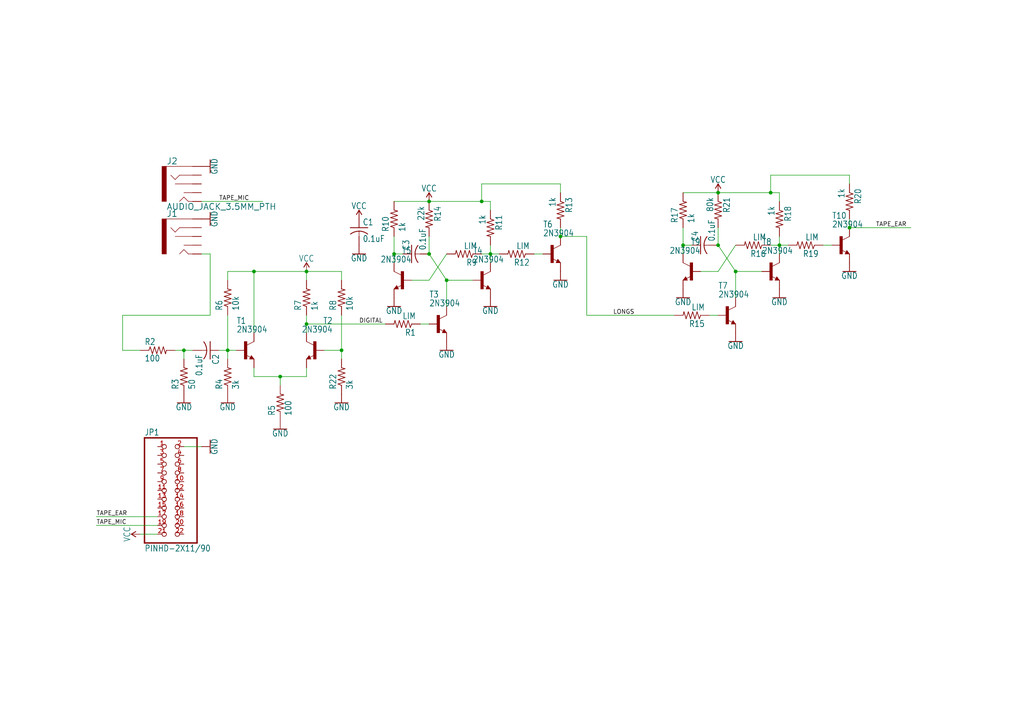
<source format=kicad_sch>
(kicad_sch (version 20231120) (generator "eeschema") (generator_version "8.0")
  (paper "A4")
  (lib_symbols
    (symbol "Tape_V2-eagle-import:SparkFun-Connectors_AUDIO_JACK_3.5MM_PTH"
      (property "Reference" "J" (at -5.08 5.588 0))
      (symbol "SparkFun-Connectors_AUDIO_JACK_3.5MM_PTH_1_0"
        (rectangle (start -6.35 -5.08) (end -5.08 5.08) (fill (type outline)))
        (polyline (pts (xy -2.54 0) (xy 2.54 0)) (stroke (width 0.1524)))
        (polyline (pts (xy -2.54 1.27) (xy -3.81 2.54)) (stroke (width 0.1524)))
        (polyline (pts (xy -1.27 -5.08) (xy 0 -3.81)) (stroke (width 0.1524)))
        (polyline (pts (xy -1.27 2.54) (xy -2.54 1.27)) (stroke (width 0.1524)))
        (polyline (pts (xy 0 -3.81) (xy 1.27 -5.08)) (stroke (width 0.1524)))
        (polyline (pts (xy 0 -2.54) (xy 2.54 -2.54)) (stroke (width 0.1524)))
        (polyline (pts (xy 1.27 -5.08) (xy 2.54 -5.08)) (stroke (width 0.1524)))
        (polyline (pts (xy 2.54 2.54) (xy -1.27 2.54)) (stroke (width 0.1524)))
        (polyline (pts (xy 2.54 5.08) (xy -5.08 5.08)) (stroke (width 0.1524)))
        (pin bidirectional line (at 5.08 2.54 180) (length 2.54) (name "RING") (number "RING"))
        (pin bidirectional line (at 5.08 0 180) (length 2.54) (name "RSH") (number "RSH"))
        (pin bidirectional line (at 5.08 5.08 180) (length 2.54) (name "SLEEVE") (number "SLEEVE"))
        (pin bidirectional line (at 5.08 -5.08 180) (length 2.54) (name "TIP") (number "TIP"))
        (pin bidirectional line (at 5.08 -2.54 180) (length 2.54) (name "TSH") (number "TSH"))
      )
    )
    (symbol "Tape_V2-eagle-import:SparkFun-PowerSymbols_GND" (power)
      (symbol "SparkFun-PowerSymbols_GND_1_0"
        (polyline (pts (xy -1.905 0) (xy 1.905 0)) (stroke (width 0.254)))
        (pin power_in line (at 0 2.54 270) (length 2.54) (name "GND") (number "1"))
      )
    )
    (symbol "Tape_V2-eagle-import:SparkFun-PowerSymbols_VCC" (power)
      (symbol "SparkFun-PowerSymbols_VCC_1_0"
        (polyline (pts (xy 0 2.54) (xy -0.762 1.27)) (stroke (width 0.254)))
        (polyline (pts (xy 0.762 1.27) (xy 0 2.54)) (stroke (width 0.254)))
        (pin power_in line (at 0 0 90) (length 2.54) (name "VCC") (number "1"))
      )
    )
    (symbol "Tape_V2-eagle-import:adafruit_C-US025-030X050"
      (property "Reference" "C" (at 1.016 0.635 0))
      (symbol "adafruit_C-US025-030X050_1_0"
        (arc (start 0 -1.0161) (mid -1.302 -1.2303) (end -2.4668 -1.8504) (stroke (width 0.254)))
        (polyline (pts (xy -2.54 0) (xy 2.54 0)) (stroke (width 0.254)))
        (polyline (pts (xy 0 -1.016) (xy 0 -2.54)) (stroke (width 0.1524)))
        (arc (start 2.4892 -1.8541) (mid 1.3158 -1.2194) (end 0 -1) (stroke (width 0.254)))
        (pin passive line (at 0 2.54 270) (length 2.54) (name "1") (number "1"))
        (pin passive line (at 0 -5.08 90) (length 2.54) (name "2") (number "2"))
      )
    )
    (symbol "Tape_V2-eagle-import:adafruit_R-US_0204/7"
      (property "Reference" "R" (at -3.81 1.4986 0))
      (symbol "adafruit_R-US_0204/7_1_0"
        (polyline (pts (xy -2.54 0) (xy -2.159 1.016)) (stroke (width 0.2032)))
        (polyline (pts (xy -2.159 1.016) (xy -1.524 -1.016)) (stroke (width 0.2032)))
        (polyline (pts (xy -1.524 -1.016) (xy -0.889 1.016)) (stroke (width 0.2032)))
        (polyline (pts (xy -0.889 1.016) (xy -0.254 -1.016)) (stroke (width 0.2032)))
        (polyline (pts (xy -0.254 -1.016) (xy 0.381 1.016)) (stroke (width 0.2032)))
        (polyline (pts (xy 0.381 1.016) (xy 1.016 -1.016)) (stroke (width 0.2032)))
        (polyline (pts (xy 1.016 -1.016) (xy 1.651 1.016)) (stroke (width 0.2032)))
        (polyline (pts (xy 1.651 1.016) (xy 2.286 -1.016)) (stroke (width 0.2032)))
        (polyline (pts (xy 2.286 -1.016) (xy 2.54 0)) (stroke (width 0.2032)))
        (pin passive line (at -5.08 0 0) (length 2.54) (name "1") (number "1"))
        (pin passive line (at 5.08 0 180) (length 2.54) (name "2") (number "2"))
      )
    )
    (symbol "Tape_V2-eagle-import:pinhead_PINHD-2X11/90"
      (property "Reference" "JP" (at -6.35 15.875 0))
      (symbol "pinhead_PINHD-2X11/90_1_0"
        (polyline (pts (xy -6.35 -15.24) (xy 8.89 -15.24)) (stroke (width 0.4064)))
        (polyline (pts (xy -6.35 15.24) (xy -6.35 -15.24)) (stroke (width 0.4064)))
        (polyline (pts (xy 8.89 -15.24) (xy 8.89 15.24)) (stroke (width 0.4064)))
        (polyline (pts (xy 8.89 15.24) (xy -6.35 15.24)) (stroke (width 0.4064)))
        (pin passive inverted (at -2.54 12.7 0) (length 2.54) (name "1") (number "1"))
        (pin passive inverted (at 5.08 2.54 180) (length 2.54) (name "10") (number "10"))
        (pin passive inverted (at -2.54 0 0) (length 2.54) (name "11") (number "11"))
        (pin passive inverted (at 5.08 0 180) (length 2.54) (name "12") (number "12"))
        (pin passive inverted (at -2.54 -2.54 0) (length 2.54) (name "13") (number "13"))
        (pin passive inverted (at 5.08 -2.54 180) (length 2.54) (name "14") (number "14"))
        (pin passive inverted (at -2.54 -5.08 0) (length 2.54) (name "15") (number "15"))
        (pin passive inverted (at 5.08 -5.08 180) (length 2.54) (name "16") (number "16"))
        (pin passive inverted (at -2.54 -7.62 0) (length 2.54) (name "17") (number "17"))
        (pin passive inverted (at 5.08 -7.62 180) (length 2.54) (name "18") (number "18"))
        (pin passive inverted (at -2.54 -10.16 0) (length 2.54) (name "19") (number "19"))
        (pin passive inverted (at 5.08 12.7 180) (length 2.54) (name "2") (number "2"))
        (pin passive inverted (at 5.08 -10.16 180) (length 2.54) (name "20") (number "20"))
        (pin passive inverted (at -2.54 -12.7 0) (length 2.54) (name "21") (number "21"))
        (pin passive inverted (at 5.08 -12.7 180) (length 2.54) (name "22") (number "22"))
        (pin passive inverted (at -2.54 10.16 0) (length 2.54) (name "3") (number "3"))
        (pin passive inverted (at 5.08 10.16 180) (length 2.54) (name "4") (number "4"))
        (pin passive inverted (at -2.54 7.62 0) (length 2.54) (name "5") (number "5"))
        (pin passive inverted (at 5.08 7.62 180) (length 2.54) (name "6") (number "6"))
        (pin passive inverted (at -2.54 5.08 0) (length 2.54) (name "7") (number "7"))
        (pin passive inverted (at 5.08 5.08 180) (length 2.54) (name "8") (number "8"))
        (pin passive inverted (at -2.54 2.54 0) (length 2.54) (name "9") (number "9"))
      )
    )
    (symbol "Tape_V2-eagle-import:transistor_2N3904"
      (property "Reference" "T" (at -10.16 7.62 0))
      (symbol "transistor_2N3904_1_0"
        (rectangle (start -0.254 -2.54) (end 0.508 2.54) (fill (type outline)))
        (polyline (pts (xy 1.27 -2.54) (xy 1.778 -1.524)) (stroke (width 0.1524)))
        (polyline (pts (xy 1.524 -2.413) (xy 2.286 -2.413)) (stroke (width 0.254)))
        (polyline (pts (xy 1.524 -2.286) (xy 1.905 -2.286)) (stroke (width 0.254)))
        (polyline (pts (xy 1.54 -2.04) (xy 0.308 -1.424)) (stroke (width 0.1524)))
        (polyline (pts (xy 1.778 -1.778) (xy 1.524 -2.286)) (stroke (width 0.254)))
        (polyline (pts (xy 1.778 -1.524) (xy 2.54 -2.54)) (stroke (width 0.1524)))
        (polyline (pts (xy 1.905 -2.286) (xy 1.778 -2.032)) (stroke (width 0.254)))
        (polyline (pts (xy 2.286 -2.413) (xy 1.778 -1.778)) (stroke (width 0.254)))
        (polyline (pts (xy 2.54 -2.54) (xy 1.27 -2.54)) (stroke (width 0.1524)))
        (polyline (pts (xy 2.54 2.54) (xy 0.508 1.524)) (stroke (width 0.1524)))
        (pin passive line (at 2.54 5.08 270) (length 2.54) (name "C") (number "1"))
        (pin passive line (at -2.54 0 0) (length 2.54) (name "B") (number "2"))
        (pin passive line (at 2.54 -5.08 90) (length 2.54) (name "E") (number "3"))
      )
    )
  )
  (junction (at 198.12 71.12))
  (junction (at 226.06 71.12))
  (junction (at 162.56 68.58))
  (junction (at 124.46 58.42))
  (junction (at 114.3 73.66))
  (junction (at 142.24 73.66))
  (junction (at 223.52 55.88))
  (junction (at 88.9 93.98))
  (junction (at 124.46 73.66))
  (junction (at 81.28 109.22))
  (junction (at 213.36 78.74))
  (junction (at 208.28 71.12))
  (junction (at 66.04 101.6))
  (junction (at 129.54 81.28))
  (junction (at 208.28 55.88))
  (junction (at 73.66 78.74))
  (junction (at 99.06 101.6))
  (junction (at 246.38 66.04))
  (junction (at 139.7 58.42))
  (junction (at 53.34 101.6))
  (junction (at 88.9 78.74))
  (wire (pts (xy 198.12 71.12) (xy 198.12 73.66)) (stroke (width 0.1524)))
  (wire (pts (xy 66.04 101.6) (xy 63.5 101.6)) (stroke (width 0.1524)))
  (wire (pts (xy 139.7 53.34) (xy 139.7 58.42)) (stroke (width 0.1524)))
  (wire (pts (xy 88.9 81.28) (xy 88.9 78.74)) (stroke (width 0.1524)))
  (wire (pts (xy 99.06 91.44) (xy 99.06 101.6)) (stroke (width 0.1524)))
  (wire (pts (xy 66.04 81.28) (xy 66.04 78.74)) (stroke (width 0.1524)))
  (wire (pts (xy 142.24 76.2) (xy 142.24 73.66)) (stroke (width 0.1524)))
  (wire (pts (xy 93.98 101.6) (xy 99.06 101.6)) (stroke (width 0.1524)))
  (wire (pts (xy 88.9 91.44) (xy 88.9 93.98)) (stroke (width 0.1524)))
  (wire (pts (xy 66.04 91.44) (xy 66.04 101.6)) (stroke (width 0.1524)))
  (wire (pts (xy 124.46 93.98) (xy 121.92 93.98)) (stroke (width 0.1524)))
  (wire (pts (xy 68.58 101.6) (xy 66.04 101.6)) (stroke (width 0.1524)))
  (wire (pts (xy 208.28 71.12) (xy 208.28 66.04)) (stroke (width 0.1524)))
  (wire (pts (xy 73.66 78.74) (xy 88.9 78.74)) (stroke (width 0.1524)))
  (wire (pts (xy 203.2 78.74) (xy 208.28 78.74)) (stroke (width 0.1524)))
  (wire (pts (xy 226.06 58.42) (xy 226.06 55.88)) (stroke (width 0.1524)))
  (wire (pts (xy 129.54 81.28) (xy 124.46 73.66)) (stroke (width 0.1524)))
  (wire (pts (xy 99.06 78.74) (xy 99.06 81.28)) (stroke (width 0.1524)))
  (wire (pts (xy 223.52 71.12) (xy 226.06 71.12)) (stroke (width 0.1524)))
  (wire (pts (xy 88.9 93.98) (xy 111.76 93.98)) (stroke (width 0.1524)))
  (wire (pts (xy 246.38 66.04) (xy 264.16 66.04)) (stroke (width 0.1524)))
  (wire (pts (xy 246.38 50.8) (xy 223.52 50.8)) (stroke (width 0.1524)))
  (wire (pts (xy 142.24 73.66) (xy 142.24 71.12)) (stroke (width 0.1524)))
  (wire (pts (xy 116.84 73.66) (xy 114.3 73.66)) (stroke (width 0.1524)))
  (wire (pts (xy 223.52 50.8) (xy 223.52 55.88)) (stroke (width 0.1524)))
  (wire (pts (xy 114.3 73.66) (xy 114.3 76.2)) (stroke (width 0.1524)))
  (wire (pts (xy 220.98 78.74) (xy 213.36 78.74)) (stroke (width 0.1524)))
  (wire (pts (xy 53.34 104.14) (xy 53.34 101.6)) (stroke (width 0.1524)))
  (wire (pts (xy 81.28 111.76) (xy 81.28 109.22)) (stroke (width 0.1524)))
  (wire (pts (xy 66.04 101.6) (xy 66.04 104.14)) (stroke (width 0.1524)))
  (wire (pts (xy 228.6 71.12) (xy 226.06 71.12)) (stroke (width 0.1524)))
  (wire (pts (xy 35.56 91.44) (xy 35.56 101.6)) (stroke (width 0.1524)))
  (wire (pts (xy 154.94 73.66) (xy 157.48 73.66)) (stroke (width 0.1524)))
  (wire (pts (xy 162.56 53.34) (xy 139.7 53.34)) (stroke (width 0.1524)))
  (wire (pts (xy 213.36 78.74) (xy 208.28 71.12)) (stroke (width 0.1524)))
  (wire (pts (xy 238.76 71.12) (xy 241.3 71.12)) (stroke (width 0.1524)))
  (wire (pts (xy 142.24 60.96) (xy 142.24 58.42)) (stroke (width 0.1524)))
  (wire (pts (xy 208.28 91.44) (xy 205.74 91.44)) (stroke (width 0.1524)))
  (wire (pts (xy 55.88 101.6) (xy 53.34 101.6)) (stroke (width 0.1524)))
  (wire (pts (xy 73.66 96.52) (xy 73.66 78.74)) (stroke (width 0.1524)))
  (wire (pts (xy 88.9 109.22) (xy 88.9 106.68)) (stroke (width 0.1524)))
  (wire (pts (xy 114.3 68.58) (xy 114.3 73.66)) (stroke (width 0.1524)))
  (wire (pts (xy 114.3 58.42) (xy 124.46 58.42)) (stroke (width 0.1524)))
  (wire (pts (xy 208.28 55.88) (xy 223.52 55.88)) (stroke (width 0.1524)))
  (wire (pts (xy 73.66 106.68) (xy 73.66 109.22)) (stroke (width 0.1524)))
  (wire (pts (xy 226.06 73.66) (xy 226.06 71.12)) (stroke (width 0.1524)))
  (wire (pts (xy 226.06 71.12) (xy 226.06 68.58)) (stroke (width 0.1524)))
  (wire (pts (xy 246.38 53.34) (xy 246.38 50.8)) (stroke (width 0.1524)))
  (wire (pts (xy 88.9 93.98) (xy 88.9 96.52)) (stroke (width 0.1524)))
  (wire (pts (xy 45.72 154.94) (xy 40.64 154.94)) (stroke (width 0.1524)))
  (wire (pts (xy 45.72 149.86) (xy 27.94 149.86)) (stroke (width 0.1524)))
  (wire (pts (xy 144.78 73.66) (xy 142.24 73.66)) (stroke (width 0.1524)))
  (wire (pts (xy 200.66 71.12) (xy 198.12 71.12)) (stroke (width 0.1524)))
  (wire (pts (xy 88.9 78.74) (xy 99.06 78.74)) (stroke (width 0.1524)))
  (wire (pts (xy 246.38 63.5) (xy 246.38 66.04)) (stroke (width 0.1524)))
  (wire (pts (xy 139.7 58.42) (xy 142.24 58.42)) (stroke (width 0.1524)))
  (wire (pts (xy 35.56 101.6) (xy 40.64 101.6)) (stroke (width 0.1524)))
  (wire (pts (xy 162.56 68.58) (xy 170.18 68.58)) (stroke (width 0.1524)))
  (wire (pts (xy 99.06 104.14) (xy 99.06 101.6)) (stroke (width 0.1524)))
  (wire (pts (xy 60.96 73.66) (xy 60.96 91.44)) (stroke (width 0.1524)))
  (wire (pts (xy 139.7 73.66) (xy 142.24 73.66)) (stroke (width 0.1524)))
  (wire (pts (xy 124.46 81.28) (xy 129.54 73.66)) (stroke (width 0.1524)))
  (wire (pts (xy 53.34 129.54) (xy 58.42 129.54)) (stroke (width 0.1524)))
  (wire (pts (xy 45.72 152.4) (xy 27.94 152.4)) (stroke (width 0.1524)))
  (wire (pts (xy 73.66 109.22) (xy 81.28 109.22)) (stroke (width 0.1524)))
  (wire (pts (xy 58.42 73.66) (xy 60.96 73.66)) (stroke (width 0.1524)))
  (wire (pts (xy 198.12 66.04) (xy 198.12 71.12)) (stroke (width 0.1524)))
  (wire (pts (xy 137.16 81.28) (xy 129.54 81.28)) (stroke (width 0.1524)))
  (wire (pts (xy 66.04 78.74) (xy 73.66 78.74)) (stroke (width 0.1524)))
  (wire (pts (xy 60.96 91.44) (xy 35.56 91.44)) (stroke (width 0.1524)))
  (wire (pts (xy 162.56 55.88) (xy 162.56 53.34)) (stroke (width 0.1524)))
  (wire (pts (xy 124.46 58.42) (xy 139.7 58.42)) (stroke (width 0.1524)))
  (wire (pts (xy 58.42 58.42) (xy 76.2 58.42)) (stroke (width 0.1524)))
  (wire (pts (xy 198.12 55.88) (xy 208.28 55.88)) (stroke (width 0.1524)))
  (wire (pts (xy 223.52 55.88) (xy 226.06 55.88)) (stroke (width 0.1524)))
  (wire (pts (xy 162.56 66.04) (xy 162.56 68.58)) (stroke (width 0.1524)))
  (wire (pts (xy 124.46 73.66) (xy 124.46 68.58)) (stroke (width 0.1524)))
  (wire (pts (xy 213.36 86.36) (xy 213.36 78.74)) (stroke (width 0.1524)))
  (wire (pts (xy 170.18 91.44) (xy 195.58 91.44)) (stroke (width 0.1524)))
  (wire (pts (xy 129.54 88.9) (xy 129.54 81.28)) (stroke (width 0.1524)))
  (wire (pts (xy 170.18 68.58) (xy 170.18 91.44)) (stroke (width 0.1524)))
  (wire (pts (xy 53.34 101.6) (xy 50.8 101.6)) (stroke (width 0.1524)))
  (wire (pts (xy 208.28 78.74) (xy 213.36 71.12)) (stroke (width 0.1524)))
  (wire (pts (xy 119.38 81.28) (xy 124.46 81.28)) (stroke (width 0.1524)))
  (wire (pts (xy 81.28 109.22) (xy 88.9 109.22)) (stroke (width 0.1524)))
  (label "DIGITAL" (at 104.14 93.98 0) (effects (font (size 1.2446 1.2446))))
  (label "LONGS" (at 177.8 91.44 0) (effects (font (size 1.2446 1.2446))))
  (label "TAPE_MIC" (at 63.5 58.42 0) (effects (font (size 1.2446 1.2446))))
  (label "TAPE_EAR" (at 254 66.04 0) (effects (font (size 1.2446 1.2446))))
  (label "TAPE_EAR" (at 27.94 149.86 0) (effects (font (size 1.2446 1.2446))))
  (label "TAPE_MIC" (at 27.94 152.4 0) (effects (font (size 1.2446 1.2446))))
  (symbol (lib_id "Tape_V2-eagle-import:adafruit_R-US_0204/7") (at 134.62 73.66 180) (unit 1)
    (property "Reference" "R9" (at 138.43 75.1586 0) (effects (font (size 1.778 1.5113)) (justify left bottom)))
    (property "Value" "LIM" (at 138.43 70.358 0) (effects (font (size 1.778 1.5113)) (justify left bottom)))
    (property "Footprint" "Tape_V2:0204_7" (effects (hide yes)))
  )
  (symbol (lib_id "Tape_V2-eagle-import:adafruit_R-US_0204/7") (at 162.56 60.96 270) (unit 1)
    (property "Reference" "R13" (at 164.0586 57.15 0) (effects (font (size 1.778 1.5113)) (justify left bottom)))
    (property "Value" "1k" (at 159.258 57.15 0) (effects (font (size 1.778 1.5113)) (justify left bottom)))
    (property "Footprint" "Tape_V2:0204_7" (effects (hide yes)))
  )
  (symbol (lib_id "Tape_V2-eagle-import:adafruit_R-US_0204/7") (at 99.06 86.36 90) (unit 1)
    (property "Reference" "R8" (at 97.5614 90.17 0) (effects (font (size 1.778 1.5113)) (justify left bottom)))
    (property "Value" "10k" (at 102.362 90.17 0) (effects (font (size 1.778 1.5113)) (justify left bottom)))
    (property "Footprint" "Tape_V2:0204_7" (effects (hide yes)))
  )
  (symbol (lib_id "Tape_V2-eagle-import:adafruit_C-US025-030X050") (at 104.14 66.04 0) (unit 1)
    (property "Reference" "C1" (at 105.156 65.405 0) (effects (font (size 1.778 1.5113)) (justify left bottom)))
    (property "Value" "0.1uF" (at 105.156 70.231 0) (effects (font (size 1.778 1.5113)) (justify left bottom)))
    (property "Footprint" "Tape_V2:C025-030X050" (effects (hide yes)))
  )
  (symbol (lib_id "Tape_V2-eagle-import:transistor_2N3904") (at 210.82 91.44 0) (unit 1)
    (property "Reference" "T7" (at 208.28 83.82 0) (effects (font (size 1.778 1.5113)) (justify left bottom)))
    (property "Value" "2N3904" (at 208.28 86.36 0) (effects (font (size 1.778 1.5113)) (justify left bottom)))
    (property "Footprint" "Tape_V2:TO92" (effects (hide yes)))
  )
  (symbol (lib_id "Tape_V2-eagle-import:SparkFun-PowerSymbols_VCC") (at 124.46 58.42 0) (unit 1)
    (property "Reference" "#SUPPLY2" (effects (hide yes)))
    (property "Value" "VCC" (at 124.46 55.626 0) (effects (font (size 1.778 1.5113)) (justify bottom)))
  )
  (symbol (lib_id "Tape_V2-eagle-import:adafruit_C-US025-030X050") (at 60.96 101.6 270) (unit 1)
    (property "Reference" "C2" (at 61.595 102.616 0) (effects (font (size 1.778 1.5113)) (justify left bottom)))
    (property "Value" "0.1uF" (at 56.769 102.616 0) (effects (font (size 1.778 1.5113)) (justify left bottom)))
    (property "Footprint" "Tape_V2:C025-030X050" (effects (hide yes)))
  )
  (symbol (lib_id "Tape_V2-eagle-import:adafruit_R-US_0204/7") (at 45.72 101.6 0) (unit 1)
    (property "Reference" "R2" (at 41.91 100.1014 0) (effects (font (size 1.778 1.5113)) (justify left bottom)))
    (property "Value" "100" (at 41.91 104.902 0) (effects (font (size 1.778 1.5113)) (justify left bottom)))
    (property "Footprint" "Tape_V2:0204_7" (effects (hide yes)))
  )
  (symbol (lib_id "Tape_V2-eagle-import:adafruit_R-US_0204/7") (at 88.9 86.36 90) (unit 1)
    (property "Reference" "R7" (at 87.4014 90.17 0) (effects (font (size 1.778 1.5113)) (justify left bottom)))
    (property "Value" "1k" (at 92.202 90.17 0) (effects (font (size 1.778 1.5113)) (justify left bottom)))
    (property "Footprint" "Tape_V2:0204_7" (effects (hide yes)))
  )
  (symbol (lib_id "Tape_V2-eagle-import:adafruit_R-US_0204/7") (at 246.38 58.42 270) (unit 1)
    (property "Reference" "R20" (at 247.8786 54.61 0) (effects (font (size 1.778 1.5113)) (justify left bottom)))
    (property "Value" "1k" (at 243.078 54.61 0) (effects (font (size 1.778 1.5113)) (justify left bottom)))
    (property "Footprint" "Tape_V2:0204_7" (effects (hide yes)))
  )
  (symbol (lib_id "Tape_V2-eagle-import:SparkFun-PowerSymbols_GND") (at 99.06 116.84 0) (unit 1)
    (property "Reference" "#GND9" (effects (hide yes)))
    (property "Value" "GND" (at 99.06 117.094 0) (effects (font (size 1.778 1.5113)) (justify top)))
  )
  (symbol (lib_id "Tape_V2-eagle-import:transistor_2N3904") (at 139.7 81.28 0) (unit 1)
    (property "Reference" "T4" (at 137.16 73.66 0) (effects (font (size 1.778 1.5113)) (justify left bottom)))
    (property "Value" "2N3904" (at 137.16 76.2 0) (effects (font (size 1.778 1.5113)) (justify left bottom)))
    (property "Footprint" "Tape_V2:TO92" (effects (hide yes)))
  )
  (symbol (lib_id "Tape_V2-eagle-import:transistor_2N3904") (at 243.84 71.12 0) (unit 1)
    (property "Reference" "T10" (at 241.3 63.5 0) (effects (font (size 1.778 1.5113)) (justify left bottom)))
    (property "Value" "2N3904" (at 241.3 66.04 0) (effects (font (size 1.778 1.5113)) (justify left bottom)))
    (property "Footprint" "Tape_V2:TO92" (effects (hide yes)))
  )
  (symbol (lib_id "Tape_V2-eagle-import:SparkFun-PowerSymbols_VCC") (at 40.64 154.94 90) (unit 1)
    (property "Reference" "#SUPPLY1" (effects (hide yes)))
    (property "Value" "VCC" (at 37.846 154.94 0) (effects (font (size 1.778 1.5113)) (justify bottom)))
  )
  (symbol (lib_id "Tape_V2-eagle-import:transistor_2N3904") (at 71.12 101.6 0) (unit 1)
    (property "Reference" "T1" (at 68.58 93.98 0) (effects (font (size 1.778 1.5113)) (justify left bottom)))
    (property "Value" "2N3904" (at 68.58 96.52 0) (effects (font (size 1.778 1.5113)) (justify left bottom)))
    (property "Footprint" "Tape_V2:TO92" (effects (hide yes)))
  )
  (symbol (lib_id "Tape_V2-eagle-import:adafruit_R-US_0204/7") (at 124.46 63.5 270) (unit 1)
    (property "Reference" "R14" (at 125.9586 59.69 0) (effects (font (size 1.778 1.5113)) (justify left bottom)))
    (property "Value" "22k" (at 121.158 59.69 0) (effects (font (size 1.778 1.5113)) (justify left bottom)))
    (property "Footprint" "Tape_V2:0204_7" (effects (hide yes)))
  )
  (symbol (lib_id "Tape_V2-eagle-import:SparkFun-PowerSymbols_GND") (at 129.54 101.6 0) (unit 1)
    (property "Reference" "#GND5" (effects (hide yes)))
    (property "Value" "GND" (at 129.54 101.854 0) (effects (font (size 1.778 1.5113)) (justify top)))
  )
  (symbol (lib_id "Tape_V2-eagle-import:adafruit_R-US_0204/7") (at 53.34 109.22 90) (unit 1)
    (property "Reference" "R3" (at 51.8414 113.03 0) (effects (font (size 1.778 1.5113)) (justify left bottom)))
    (property "Value" "50" (at 56.642 113.03 0) (effects (font (size 1.778 1.5113)) (justify left bottom)))
    (property "Footprint" "Tape_V2:0204_7" (effects (hide yes)))
  )
  (symbol (lib_id "Tape_V2-eagle-import:adafruit_R-US_0204/7") (at 99.06 109.22 90) (unit 1)
    (property "Reference" "R22" (at 97.5614 113.03 0) (effects (font (size 1.778 1.5113)) (justify left bottom)))
    (property "Value" "3k" (at 102.362 113.03 0) (effects (font (size 1.778 1.5113)) (justify left bottom)))
    (property "Footprint" "Tape_V2:0204_7" (effects (hide yes)))
  )
  (symbol (lib_id "Tape_V2-eagle-import:SparkFun-PowerSymbols_GND") (at 53.34 116.84 0) (unit 1)
    (property "Reference" "#GND2" (effects (hide yes)))
    (property "Value" "GND" (at 53.34 117.094 0) (effects (font (size 1.778 1.5113)) (justify top)))
  )
  (symbol (lib_id "Tape_V2-eagle-import:adafruit_R-US_0204/7") (at 198.12 60.96 90) (unit 1)
    (property "Reference" "R17" (at 196.6214 64.77 0) (effects (font (size 1.778 1.5113)) (justify left bottom)))
    (property "Value" "1k" (at 201.422 64.77 0) (effects (font (size 1.778 1.5113)) (justify left bottom)))
    (property "Footprint" "Tape_V2:0204_7" (effects (hide yes)))
  )
  (symbol (lib_id "Tape_V2-eagle-import:SparkFun-PowerSymbols_GND") (at 142.24 88.9 0) (unit 1)
    (property "Reference" "#GND10" (effects (hide yes)))
    (property "Value" "GND" (at 142.24 89.154 0) (effects (font (size 1.778 1.5113)) (justify top)))
  )
  (symbol (lib_id "Tape_V2-eagle-import:SparkFun-PowerSymbols_GND") (at 226.06 86.36 0) (unit 1)
    (property "Reference" "#GND13" (effects (hide yes)))
    (property "Value" "GND" (at 226.06 86.614 0) (effects (font (size 1.778 1.5113)) (justify top)))
  )
  (symbol (lib_id "Tape_V2-eagle-import:SparkFun-PowerSymbols_VCC") (at 88.9 78.74 0) (unit 1)
    (property "Reference" "#SUPPLY5" (effects (hide yes)))
    (property "Value" "VCC" (at 88.9 75.946 0) (effects (font (size 1.778 1.5113)) (justify bottom)))
  )
  (symbol (lib_id "Tape_V2-eagle-import:adafruit_R-US_0204/7") (at 208.28 60.96 270) (unit 1)
    (property "Reference" "R21" (at 209.7786 57.15 0) (effects (font (size 1.778 1.5113)) (justify left bottom)))
    (property "Value" "80k" (at 204.978 57.15 0) (effects (font (size 1.778 1.5113)) (justify left bottom)))
    (property "Footprint" "Tape_V2:0204_7" (effects (hide yes)))
  )
  (symbol (lib_id "Tape_V2-eagle-import:adafruit_C-US025-030X050") (at 119.38 73.66 90) (unit 1)
    (property "Reference" "C3" (at 118.745 72.644 0) (effects (font (size 1.778 1.5113)) (justify left bottom)))
    (property "Value" "0.1uF" (at 123.571 72.644 0) (effects (font (size 1.778 1.5113)) (justify left bottom)))
    (property "Footprint" "Tape_V2:C025-030X050" (effects (hide yes)))
  )
  (symbol (lib_id "Tape_V2-eagle-import:adafruit_R-US_0204/7") (at 149.86 73.66 180) (unit 1)
    (property "Reference" "R12" (at 153.67 75.1586 0) (effects (font (size 1.778 1.5113)) (justify left bottom)))
    (property "Value" "LIM" (at 153.67 70.358 0) (effects (font (size 1.778 1.5113)) (justify left bottom)))
    (property "Footprint" "Tape_V2:0204_7" (effects (hide yes)))
  )
  (symbol (lib_id "Tape_V2-eagle-import:adafruit_R-US_0204/7") (at 142.24 66.04 270) (unit 1)
    (property "Reference" "R11" (at 143.7386 62.23 0) (effects (font (size 1.778 1.5113)) (justify left bottom)))
    (property "Value" "1k" (at 138.938 62.23 0) (effects (font (size 1.778 1.5113)) (justify left bottom)))
    (property "Footprint" "Tape_V2:0204_7" (effects (hide yes)))
  )
  (symbol (lib_id "Tape_V2-eagle-import:SparkFun-Connectors_AUDIO_JACK_3.5MM_PTH") (at 53.34 53.34 0) (unit 1)
    (property "Reference" "J2" (at 48.26 47.752 0) (effects (font (size 1.778 1.778)) (justify left bottom)))
    (property "Value" "AUDIO_JACK_3.5MM_PTH" (at 48.26 60.96 0) (effects (font (size 1.778 1.778)) (justify left bottom)))
    (property "Footprint" "Tape_V2:AUDIO-JACK" (effects (hide yes)))
  )
  (symbol (lib_id "Tape_V2-eagle-import:adafruit_R-US_0204/7") (at 81.28 116.84 90) (unit 1)
    (property "Reference" "R5" (at 79.7814 120.65 0) (effects (font (size 1.778 1.5113)) (justify left bottom)))
    (property "Value" "100" (at 84.582 120.65 0) (effects (font (size 1.778 1.5113)) (justify left bottom)))
    (property "Footprint" "Tape_V2:0204_7" (effects (hide yes)))
  )
  (symbol (lib_id "Tape_V2-eagle-import:SparkFun-PowerSymbols_GND") (at 81.28 124.46 0) (unit 1)
    (property "Reference" "#GND4" (effects (hide yes)))
    (property "Value" "GND" (at 81.28 124.714 0) (effects (font (size 1.778 1.5113)) (justify top)))
  )
  (symbol (lib_id "Tape_V2-eagle-import:transistor_2N3904") (at 127 93.98 0) (unit 1)
    (property "Reference" "T3" (at 124.46 86.36 0) (effects (font (size 1.778 1.5113)) (justify left bottom)))
    (property "Value" "2N3904" (at 124.46 88.9 0) (effects (font (size 1.778 1.5113)) (justify left bottom)))
    (property "Footprint" "Tape_V2:TO92" (effects (hide yes)))
  )
  (symbol (lib_id "Tape_V2-eagle-import:SparkFun-PowerSymbols_GND") (at 60.96 63.5 90) (unit 1)
    (property "Reference" "#GND7" (effects (hide yes)))
    (property "Value" "GND" (at 61.214 63.5 0) (effects (font (size 1.778 1.5113)) (justify top)))
  )
  (symbol (lib_id "Tape_V2-eagle-import:adafruit_R-US_0204/7") (at 233.68 71.12 180) (unit 1)
    (property "Reference" "R19" (at 237.49 72.6186 0) (effects (font (size 1.778 1.5113)) (justify left bottom)))
    (property "Value" "LIM" (at 237.49 67.818 0) (effects (font (size 1.778 1.5113)) (justify left bottom)))
    (property "Footprint" "Tape_V2:0204_7" (effects (hide yes)))
  )
  (symbol (lib_id "Tape_V2-eagle-import:SparkFun-PowerSymbols_GND") (at 246.38 78.74 0) (unit 1)
    (property "Reference" "#GND14" (effects (hide yes)))
    (property "Value" "GND" (at 246.38 78.994 0) (effects (font (size 1.778 1.5113)) (justify top)))
  )
  (symbol (lib_id "Tape_V2-eagle-import:SparkFun-PowerSymbols_GND") (at 60.96 48.26 90) (unit 1)
    (property "Reference" "#GND8" (effects (hide yes)))
    (property "Value" "GND" (at 61.214 48.26 0) (effects (font (size 1.778 1.5113)) (justify top)))
  )
  (symbol (lib_id "Tape_V2-eagle-import:adafruit_R-US_0204/7") (at 66.04 86.36 90) (unit 1)
    (property "Reference" "R6" (at 64.5414 90.17 0) (effects (font (size 1.778 1.5113)) (justify left bottom)))
    (property "Value" "10k" (at 69.342 90.17 0) (effects (font (size 1.778 1.5113)) (justify left bottom)))
    (property "Footprint" "Tape_V2:0204_7" (effects (hide yes)))
  )
  (symbol (lib_id "Tape_V2-eagle-import:SparkFun-PowerSymbols_VCC") (at 104.14 63.5 0) (unit 1)
    (property "Reference" "#SUPPLY4" (effects (hide yes)))
    (property "Value" "VCC" (at 104.14 60.706 0) (effects (font (size 1.778 1.5113)) (justify bottom)))
  )
  (symbol (lib_id "Tape_V2-eagle-import:SparkFun-PowerSymbols_GND") (at 198.12 86.36 0) (unit 1)
    (property "Reference" "#GND15" (effects (hide yes)))
    (property "Value" "GND" (at 198.12 86.614 0) (effects (font (size 1.778 1.5113)) (justify top)))
  )
  (symbol (lib_id "Tape_V2-eagle-import:pinhead_PINHD-2X11/90") (at 48.26 142.24 0) (unit 1)
    (property "Reference" "JP1" (at 41.91 126.365 0) (effects (font (size 1.778 1.5113)) (justify left bottom)))
    (property "Value" "PINHD-2X11/90" (at 41.91 160.02 0) (effects (font (size 1.778 1.5113)) (justify left bottom)))
    (property "Footprint" "Tape_V2:2X11_90" (effects (hide yes)))
  )
  (symbol (lib_id "Tape_V2-eagle-import:SparkFun-PowerSymbols_GND") (at 60.96 129.54 90) (unit 1)
    (property "Reference" "#GND1" (effects (hide yes)))
    (property "Value" "GND" (at 61.214 129.54 0) (effects (font (size 1.778 1.5113)) (justify top)))
  )
  (symbol (lib_id "Tape_V2-eagle-import:transistor_2N3904") (at 223.52 78.74 0) (unit 1)
    (property "Reference" "T8" (at 220.98 71.12 0) (effects (font (size 1.778 1.5113)) (justify left bottom)))
    (property "Value" "2N3904" (at 220.98 73.66 0) (effects (font (size 1.778 1.5113)) (justify left bottom)))
    (property "Footprint" "Tape_V2:TO92" (effects (hide yes)))
  )
  (symbol (lib_id "Tape_V2-eagle-import:SparkFun-PowerSymbols_GND") (at 213.36 99.06 0) (unit 1)
    (property "Reference" "#GND12" (effects (hide yes)))
    (property "Value" "GND" (at 213.36 99.314 0) (effects (font (size 1.778 1.5113)) (justify top)))
  )
  (symbol (lib_id "Tape_V2-eagle-import:SparkFun-PowerSymbols_GND") (at 104.14 73.66 0) (unit 1)
    (property "Reference" "#GND6" (effects (hide yes)))
    (property "Value" "GND" (at 104.14 73.914 0) (effects (font (size 1.778 1.5113)) (justify top)))
  )
  (symbol (lib_id "Tape_V2-eagle-import:SparkFun-Connectors_AUDIO_JACK_3.5MM_PTH") (at 53.34 68.58 0) (unit 1)
    (property "Reference" "J1" (at 48.26 62.992 0) (effects (font (size 1.778 1.778)) (justify left bottom)))
    (property "Value" "AUDIO_JACK_3.5MM_PTH" (effects (hide yes)))
    (property "Footprint" "Tape_V2:AUDIO-JACK" (effects (hide yes)))
  )
  (symbol (lib_id "Tape_V2-eagle-import:adafruit_C-US025-030X050") (at 203.2 71.12 90) (unit 1)
    (property "Reference" "C4" (at 202.565 70.104 0) (effects (font (size 1.778 1.5113)) (justify left bottom)))
    (property "Value" "0.1uF" (at 207.391 70.104 0) (effects (font (size 1.778 1.5113)) (justify left bottom)))
    (property "Footprint" "Tape_V2:C025-030X050" (effects (hide yes)))
  )
  (symbol (lib_id "Tape_V2-eagle-import:adafruit_R-US_0204/7") (at 116.84 93.98 180) (unit 1)
    (property "Reference" "R1" (at 120.65 95.4786 0) (effects (font (size 1.778 1.5113)) (justify left bottom)))
    (property "Value" "LIM" (at 120.65 90.678 0) (effects (font (size 1.778 1.5113)) (justify left bottom)))
    (property "Footprint" "Tape_V2:0204_7" (effects (hide yes)))
  )
  (symbol (lib_id "Tape_V2-eagle-import:SparkFun-PowerSymbols_GND") (at 66.04 116.84 0) (unit 1)
    (property "Reference" "#GND3" (effects (hide yes)))
    (property "Value" "GND" (at 66.04 117.094 0) (effects (font (size 1.778 1.5113)) (justify top)))
  )
  (symbol (lib_id "Tape_V2-eagle-import:adafruit_R-US_0204/7") (at 114.3 63.5 90) (unit 1)
    (property "Reference" "R10" (at 112.8014 67.31 0) (effects (font (size 1.778 1.5113)) (justify left bottom)))
    (property "Value" "1k" (at 117.602 67.31 0) (effects (font (size 1.778 1.5113)) (justify left bottom)))
    (property "Footprint" "Tape_V2:0204_7" (effects (hide yes)))
  )
  (symbol (lib_id "Tape_V2-eagle-import:adafruit_R-US_0204/7") (at 226.06 63.5 270) (unit 1)
    (property "Reference" "R18" (at 227.5586 59.69 0) (effects (font (size 1.778 1.5113)) (justify left bottom)))
    (property "Value" "1k" (at 222.758 59.69 0) (effects (font (size 1.778 1.5113)) (justify left bottom)))
    (property "Footprint" "Tape_V2:0204_7" (effects (hide yes)))
  )
  (symbol (lib_id "Tape_V2-eagle-import:adafruit_R-US_0204/7") (at 200.66 91.44 180) (unit 1)
    (property "Reference" "R15" (at 204.47 92.9386 0) (effects (font (size 1.778 1.5113)) (justify left bottom)))
    (property "Value" "LIM" (at 204.47 88.138 0) (effects (font (size 1.778 1.5113)) (justify left bottom)))
    (property "Footprint" "Tape_V2:0204_7" (effects (hide yes)))
  )
  (symbol (lib_id "Tape_V2-eagle-import:transistor_2N3904") (at 160.02 73.66 0) (unit 1)
    (property "Reference" "T6" (at 157.48 66.04 0) (effects (font (size 1.778 1.5113)) (justify left bottom)))
    (property "Value" "2N3904" (at 157.48 68.58 0) (effects (font (size 1.778 1.5113)) (justify left bottom)))
    (property "Footprint" "Tape_V2:TO92" (effects (hide yes)))
  )
  (symbol (lib_id "Tape_V2-eagle-import:transistor_2N3904") (at 200.66 78.74 0) (mirror y) (unit 1)
    (property "Reference" "T9" (at 203.2 71.12 0) (effects (font (size 1.778 1.5113)) (justify left bottom)))
    (property "Value" "2N3904" (at 203.2 73.66 0) (effects (font (size 1.778 1.5113)) (justify left bottom)))
    (property "Footprint" "Tape_V2:TO92" (effects (hide yes)))
  )
  (symbol (lib_id "Tape_V2-eagle-import:SparkFun-PowerSymbols_GND") (at 162.56 81.28 0) (unit 1)
    (property "Reference" "#GND11" (effects (hide yes)))
    (property "Value" "GND" (at 162.56 81.534 0) (effects (font (size 1.778 1.5113)) (justify top)))
  )
  (symbol (lib_id "Tape_V2-eagle-import:SparkFun-PowerSymbols_GND") (at 114.3 88.9 0) (unit 1)
    (property "Reference" "#GND16" (effects (hide yes)))
    (property "Value" "GND" (at 114.3 89.154 0) (effects (font (size 1.778 1.5113)) (justify top)))
  )
  (symbol (lib_id "Tape_V2-eagle-import:adafruit_R-US_0204/7") (at 66.04 109.22 90) (unit 1)
    (property "Reference" "R4" (at 64.5414 113.03 0) (effects (font (size 1.778 1.5113)) (justify left bottom)))
    (property "Value" "3k" (at 69.342 113.03 0) (effects (font (size 1.778 1.5113)) (justify left bottom)))
    (property "Footprint" "Tape_V2:0204_7" (effects (hide yes)))
  )
  (symbol (lib_id "Tape_V2-eagle-import:SparkFun-PowerSymbols_VCC") (at 208.28 55.88 0) (unit 1)
    (property "Reference" "#SUPPLY3" (effects (hide yes)))
    (property "Value" "VCC" (at 208.28 53.086 0) (effects (font (size 1.778 1.5113)) (justify bottom)))
  )
  (symbol (lib_id "Tape_V2-eagle-import:transistor_2N3904") (at 91.44 101.6 0) (mirror y) (unit 1)
    (property "Reference" "T2" (at 96.52 93.98 0) (effects (font (size 1.778 1.5113)) (justify left bottom)))
    (property "Value" "2N3904" (at 96.52 96.52 0) (effects (font (size 1.778 1.5113)) (justify left bottom)))
    (property "Footprint" "Tape_V2:TO92" (effects (hide yes)))
  )
  (symbol (lib_id "Tape_V2-eagle-import:adafruit_R-US_0204/7") (at 218.44 71.12 180) (unit 1)
    (property "Reference" "R16" (at 222.25 72.6186 0) (effects (font (size 1.778 1.5113)) (justify left bottom)))
    (property "Value" "LIM" (at 222.25 67.818 0) (effects (font (size 1.778 1.5113)) (justify left bottom)))
    (property "Footprint" "Tape_V2:0204_7" (effects (hide yes)))
  )
  (symbol (lib_id "Tape_V2-eagle-import:transistor_2N3904") (at 116.84 81.28 0) (mirror y) (unit 1)
    (property "Reference" "T5" (at 119.38 73.66 0) (effects (font (size 1.778 1.5113)) (justify left bottom)))
    (property "Value" "2N3904" (at 119.38 76.2 0) (effects (font (size 1.778 1.5113)) (justify left bottom)))
    (property "Footprint" "Tape_V2:TO92" (effects (hide yes)))
  )
)
</source>
